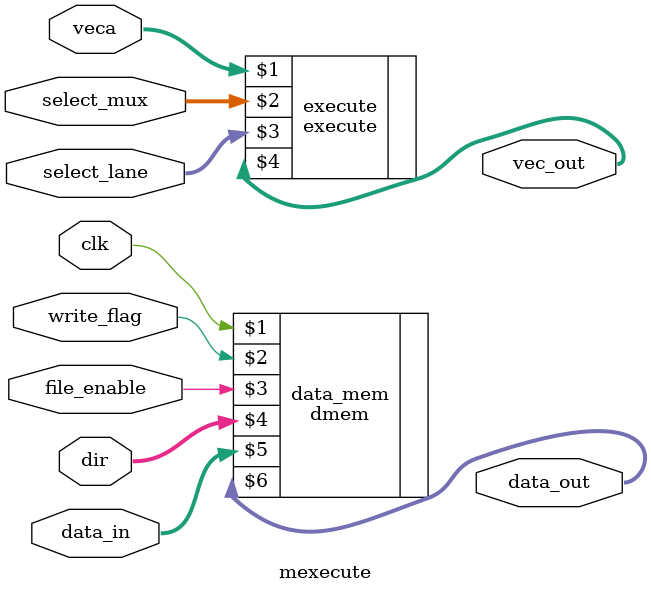
<source format=sv>
module mexecute(clk, write_flag, file_enable, dir, data_in, data_out, 
					veca, select_mux, select_lane, vec_out);
		input logic clk, write_flag, file_enable;
		input logic [14:0] dir;
		input logic [63:0] data_in, veca;
		input logic [1:0] select_mux;
		input logic [3:0] select_lane;
		output logic [63:0] data_out, vec_out;
		
	execute execute (veca, select_mux, select_lane, vec_out);
	dmem data_mem (clk, write_flag, file_enable, dir, data_in, data_out);
endmodule

</source>
